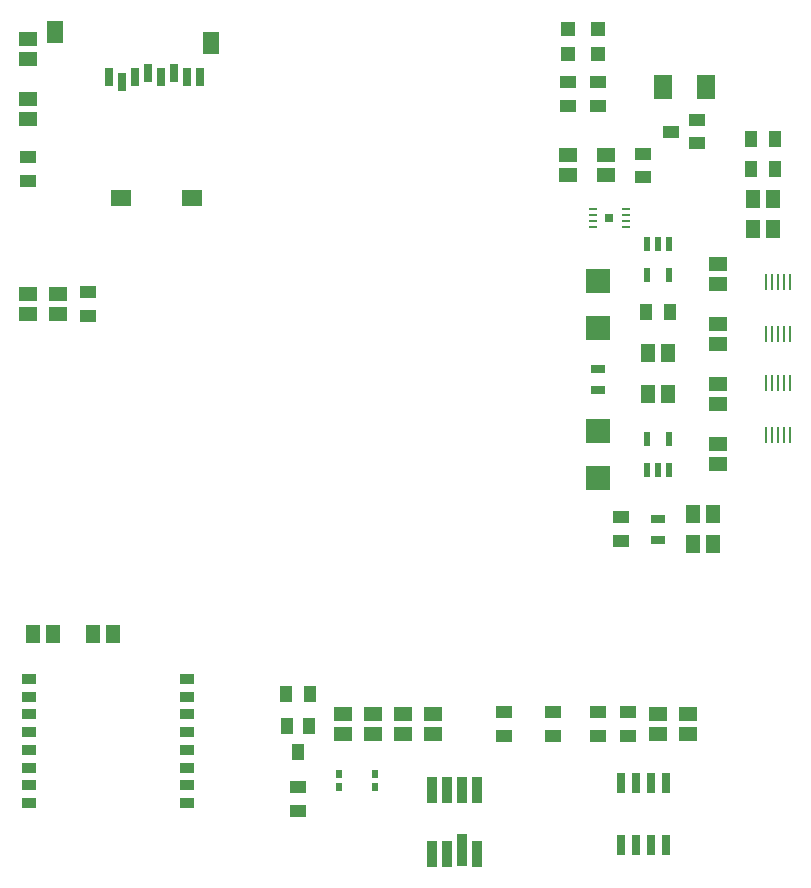
<source format=gtp>
G75*
%MOIN*%
%OFA0B0*%
%FSLAX25Y25*%
%IPPOS*%
%LPD*%
%AMOC8*
5,1,8,0,0,1.08239X$1,22.5*
%
%ADD10R,0.05118X0.05906*%
%ADD11R,0.02165X0.04724*%
%ADD12R,0.04724X0.03150*%
%ADD13R,0.04724X0.04724*%
%ADD14R,0.05512X0.03937*%
%ADD15R,0.04331X0.05512*%
%ADD16R,0.05512X0.04331*%
%ADD17R,0.01100X0.05600*%
%ADD18R,0.05906X0.05118*%
%ADD19R,0.03150X0.07100*%
%ADD20R,0.03937X0.05512*%
%ADD21R,0.04724X0.03543*%
%ADD22R,0.03543X0.08858*%
%ADD23R,0.03543X0.11024*%
%ADD24R,0.05906X0.08268*%
%ADD25R,0.07874X0.07874*%
%ADD26R,0.02362X0.03150*%
%ADD27R,0.05512X0.07480*%
%ADD28R,0.07087X0.05512*%
%ADD29R,0.02756X0.05906*%
%ADD30R,0.02600X0.02600*%
%ADD31R,0.02970X0.01040*%
%ADD32R,0.02970X0.01040*%
D10*
X0034987Y0140000D03*
X0041680Y0140000D03*
X0054987Y0140000D03*
X0061680Y0140000D03*
X0239987Y0220000D03*
X0246680Y0220000D03*
X0246680Y0233750D03*
X0239987Y0233750D03*
X0274987Y0275000D03*
X0281680Y0275000D03*
X0281680Y0285000D03*
X0274987Y0285000D03*
X0261680Y0180000D03*
X0254987Y0180000D03*
X0254987Y0170000D03*
X0261680Y0170000D03*
D11*
X0247073Y0194881D03*
X0243333Y0194881D03*
X0239593Y0194881D03*
X0239593Y0205119D03*
X0247073Y0205119D03*
X0247073Y0259881D03*
X0239593Y0259881D03*
X0239593Y0270119D03*
X0243333Y0270119D03*
X0247073Y0270119D03*
D12*
X0223333Y0228543D03*
X0223333Y0221457D03*
X0243333Y0178543D03*
X0243333Y0171457D03*
D13*
X0223333Y0333366D03*
X0223333Y0341634D03*
X0213333Y0341634D03*
X0213333Y0333366D03*
D14*
X0247753Y0307500D03*
X0256414Y0311240D03*
X0256414Y0303760D03*
D15*
X0274396Y0305000D03*
X0282270Y0305000D03*
X0282270Y0295000D03*
X0274396Y0295000D03*
X0247270Y0247500D03*
X0239396Y0247500D03*
X0127270Y0120000D03*
X0119396Y0120000D03*
D16*
X0123333Y0088937D03*
X0123333Y0081063D03*
X0192083Y0106063D03*
X0192083Y0113937D03*
X0208333Y0113937D03*
X0208333Y0106063D03*
X0223333Y0106063D03*
X0223333Y0113937D03*
X0233333Y0113937D03*
X0233333Y0106063D03*
X0230833Y0171063D03*
X0230833Y0178937D03*
X0238333Y0292313D03*
X0238333Y0300187D03*
X0223333Y0316063D03*
X0223333Y0323937D03*
X0213333Y0323937D03*
X0213333Y0316063D03*
X0053333Y0253937D03*
X0053333Y0246063D03*
X0033333Y0291063D03*
X0033333Y0298937D03*
D17*
X0279433Y0257350D03*
X0281333Y0257350D03*
X0283333Y0257350D03*
X0285333Y0257350D03*
X0287233Y0257350D03*
X0287233Y0240150D03*
X0285333Y0240150D03*
X0283333Y0240150D03*
X0281333Y0240150D03*
X0279433Y0240150D03*
X0279433Y0223600D03*
X0281333Y0223600D03*
X0283333Y0223600D03*
X0285333Y0223600D03*
X0287233Y0223600D03*
X0287233Y0206400D03*
X0285333Y0206400D03*
X0283333Y0206400D03*
X0281333Y0206400D03*
X0279433Y0206400D03*
D18*
X0263333Y0203346D03*
X0263333Y0196654D03*
X0263333Y0216654D03*
X0263333Y0223346D03*
X0263333Y0236654D03*
X0263333Y0243346D03*
X0263333Y0256654D03*
X0263333Y0263346D03*
X0225833Y0292904D03*
X0225833Y0299596D03*
X0213333Y0299596D03*
X0213333Y0292904D03*
X0043333Y0253346D03*
X0043333Y0246654D03*
X0033333Y0246654D03*
X0033333Y0253346D03*
X0033333Y0311654D03*
X0033333Y0318346D03*
X0033333Y0331654D03*
X0033333Y0338346D03*
X0138333Y0113346D03*
X0138333Y0106654D03*
X0148333Y0106654D03*
X0148333Y0113346D03*
X0158333Y0113346D03*
X0158333Y0106654D03*
X0168333Y0106654D03*
X0168333Y0113346D03*
X0243333Y0113346D03*
X0243333Y0106654D03*
X0253333Y0106654D03*
X0253333Y0113346D03*
D19*
X0245833Y0090400D03*
X0240833Y0090400D03*
X0235833Y0090400D03*
X0230833Y0090400D03*
X0230833Y0069600D03*
X0235833Y0069600D03*
X0240833Y0069600D03*
X0245833Y0069600D03*
D20*
X0127073Y0109331D03*
X0119593Y0109331D03*
X0123333Y0100669D03*
D21*
X0033774Y0083740D03*
X0033774Y0089646D03*
X0033774Y0095551D03*
X0033774Y0101457D03*
X0033774Y0107362D03*
X0033774Y0113268D03*
X0033774Y0119173D03*
X0033774Y0125079D03*
X0086199Y0125079D03*
X0086199Y0119173D03*
X0086199Y0113268D03*
X0086199Y0107362D03*
X0086199Y0101457D03*
X0086199Y0095551D03*
X0086199Y0089646D03*
X0086199Y0083740D03*
D22*
X0168058Y0087933D03*
X0172979Y0087933D03*
X0178097Y0087933D03*
X0183018Y0087933D03*
X0183018Y0066870D03*
X0172979Y0066870D03*
X0168058Y0066870D03*
D23*
X0178097Y0067953D03*
D24*
X0244997Y0322500D03*
X0259170Y0322500D03*
D25*
X0223333Y0257874D03*
X0223333Y0242126D03*
X0223333Y0207874D03*
X0223333Y0192126D03*
D26*
X0148825Y0093406D03*
X0148825Y0089075D03*
X0137014Y0089075D03*
X0137014Y0093406D03*
D27*
X0094259Y0337057D03*
X0042290Y0340600D03*
D28*
X0064337Y0285482D03*
X0087959Y0285482D03*
D29*
X0086385Y0325640D03*
X0090715Y0325640D03*
X0082054Y0327215D03*
X0077723Y0325640D03*
X0073392Y0327215D03*
X0069062Y0325640D03*
X0064731Y0324065D03*
X0060400Y0325640D03*
D30*
X0227083Y0278750D03*
D31*
X0221578Y0281700D03*
D32*
X0221568Y0279720D03*
X0221568Y0277770D03*
X0221568Y0275790D03*
X0232608Y0275800D03*
X0232598Y0277770D03*
X0232598Y0279740D03*
X0232588Y0281700D03*
M02*

</source>
